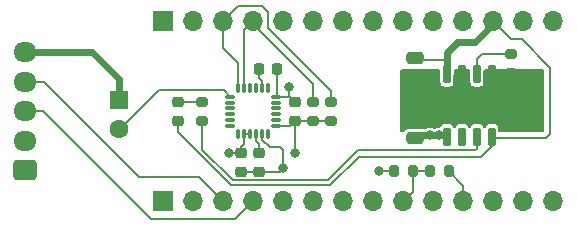
<source format=gbr>
%TF.GenerationSoftware,KiCad,Pcbnew,(6.0.1)*%
%TF.CreationDate,2022-02-11T11:56:36-05:00*%
%TF.ProjectId,POVshield-V3,504f5673-6869-4656-9c64-2d56332e6b69,rev?*%
%TF.SameCoordinates,Original*%
%TF.FileFunction,Copper,L1,Top*%
%TF.FilePolarity,Positive*%
%FSLAX46Y46*%
G04 Gerber Fmt 4.6, Leading zero omitted, Abs format (unit mm)*
G04 Created by KiCad (PCBNEW (6.0.1)) date 2022-02-11 11:56:36*
%MOMM*%
%LPD*%
G01*
G04 APERTURE LIST*
G04 Aperture macros list*
%AMRoundRect*
0 Rectangle with rounded corners*
0 $1 Rounding radius*
0 $2 $3 $4 $5 $6 $7 $8 $9 X,Y pos of 4 corners*
0 Add a 4 corners polygon primitive as box body*
4,1,4,$2,$3,$4,$5,$6,$7,$8,$9,$2,$3,0*
0 Add four circle primitives for the rounded corners*
1,1,$1+$1,$2,$3*
1,1,$1+$1,$4,$5*
1,1,$1+$1,$6,$7*
1,1,$1+$1,$8,$9*
0 Add four rect primitives between the rounded corners*
20,1,$1+$1,$2,$3,$4,$5,0*
20,1,$1+$1,$4,$5,$6,$7,0*
20,1,$1+$1,$6,$7,$8,$9,0*
20,1,$1+$1,$8,$9,$2,$3,0*%
G04 Aperture macros list end*
%TA.AperFunction,SMDPad,CuDef*%
%ADD10RoundRect,0.250000X0.475000X-0.250000X0.475000X0.250000X-0.475000X0.250000X-0.475000X-0.250000X0*%
%TD*%
%TA.AperFunction,SMDPad,CuDef*%
%ADD11RoundRect,0.200000X0.275000X-0.200000X0.275000X0.200000X-0.275000X0.200000X-0.275000X-0.200000X0*%
%TD*%
%TA.AperFunction,SMDPad,CuDef*%
%ADD12RoundRect,0.225000X-0.250000X0.225000X-0.250000X-0.225000X0.250000X-0.225000X0.250000X0.225000X0*%
%TD*%
%TA.AperFunction,SMDPad,CuDef*%
%ADD13RoundRect,0.218750X-0.256250X0.218750X-0.256250X-0.218750X0.256250X-0.218750X0.256250X0.218750X0*%
%TD*%
%TA.AperFunction,SMDPad,CuDef*%
%ADD14RoundRect,0.200000X0.200000X0.275000X-0.200000X0.275000X-0.200000X-0.275000X0.200000X-0.275000X0*%
%TD*%
%TA.AperFunction,SMDPad,CuDef*%
%ADD15RoundRect,0.150000X-0.150000X0.650000X-0.150000X-0.650000X0.150000X-0.650000X0.150000X0.650000X0*%
%TD*%
%TA.AperFunction,ComponentPad*%
%ADD16C,0.500000*%
%TD*%
%TA.AperFunction,SMDPad,CuDef*%
%ADD17R,3.100000X2.410000*%
%TD*%
%TA.AperFunction,SMDPad,CuDef*%
%ADD18RoundRect,0.200000X-0.275000X0.200000X-0.275000X-0.200000X0.275000X-0.200000X0.275000X0.200000X0*%
%TD*%
%TA.AperFunction,SMDPad,CuDef*%
%ADD19RoundRect,0.250000X-0.475000X0.250000X-0.475000X-0.250000X0.475000X-0.250000X0.475000X0.250000X0*%
%TD*%
%TA.AperFunction,ComponentPad*%
%ADD20R,1.600000X1.600000*%
%TD*%
%TA.AperFunction,ComponentPad*%
%ADD21C,1.600000*%
%TD*%
%TA.AperFunction,SMDPad,CuDef*%
%ADD22RoundRect,0.225000X0.250000X-0.225000X0.250000X0.225000X-0.250000X0.225000X-0.250000X-0.225000X0*%
%TD*%
%TA.AperFunction,SMDPad,CuDef*%
%ADD23RoundRect,0.075000X-0.350000X-0.075000X0.350000X-0.075000X0.350000X0.075000X-0.350000X0.075000X0*%
%TD*%
%TA.AperFunction,SMDPad,CuDef*%
%ADD24RoundRect,0.075000X0.075000X-0.350000X0.075000X0.350000X-0.075000X0.350000X-0.075000X-0.350000X0*%
%TD*%
%TA.AperFunction,SMDPad,CuDef*%
%ADD25RoundRect,0.225000X-0.225000X-0.250000X0.225000X-0.250000X0.225000X0.250000X-0.225000X0.250000X0*%
%TD*%
%TA.AperFunction,ComponentPad*%
%ADD26RoundRect,0.250000X0.725000X-0.600000X0.725000X0.600000X-0.725000X0.600000X-0.725000X-0.600000X0*%
%TD*%
%TA.AperFunction,ComponentPad*%
%ADD27O,1.950000X1.700000*%
%TD*%
%TA.AperFunction,ComponentPad*%
%ADD28R,1.700000X1.700000*%
%TD*%
%TA.AperFunction,ComponentPad*%
%ADD29O,1.700000X1.700000*%
%TD*%
%TA.AperFunction,ViaPad*%
%ADD30C,0.800000*%
%TD*%
%TA.AperFunction,Conductor*%
%ADD31C,0.609600*%
%TD*%
%TA.AperFunction,Conductor*%
%ADD32C,0.203200*%
%TD*%
G04 APERTURE END LIST*
D10*
X112776000Y-103820000D03*
X112776000Y-101920000D03*
D11*
X94742000Y-102425000D03*
X94742000Y-100775000D03*
D12*
X99568000Y-105143000D03*
X99568000Y-106693000D03*
D13*
X92710000Y-100812500D03*
X92710000Y-102387500D03*
D14*
X115633000Y-106680000D03*
X113983000Y-106680000D03*
X112585000Y-106680000D03*
X110935000Y-106680000D03*
D15*
X119266005Y-98442000D03*
X117996005Y-98442000D03*
X116726005Y-98442000D03*
X115456005Y-98442000D03*
X115456005Y-103742000D03*
X116726005Y-103742000D03*
X117996005Y-103742000D03*
X119266005Y-103742000D03*
D16*
X118661002Y-100137000D03*
X117361005Y-102047000D03*
X117361005Y-100137000D03*
X116061007Y-102047000D03*
X118661002Y-102047000D03*
X116061007Y-100137000D03*
D17*
X117361005Y-101092000D03*
D18*
X120904000Y-96711000D03*
X120904000Y-98361000D03*
D11*
X105664000Y-102425000D03*
X105664000Y-100775000D03*
D19*
X112776000Y-97094000D03*
X112776000Y-98994000D03*
D20*
X87700000Y-100600000D03*
D21*
X87700000Y-103100000D03*
D11*
X104140000Y-102425000D03*
X104140000Y-100775000D03*
D22*
X102616000Y-102375000D03*
X102616000Y-100825000D03*
D23*
X97110000Y-100350000D03*
X97110000Y-100850000D03*
X97110000Y-101350000D03*
X97110000Y-101850000D03*
X97110000Y-102350000D03*
X97110000Y-102850000D03*
D24*
X97810000Y-103550000D03*
X98310000Y-103550000D03*
X98810000Y-103550000D03*
X99310000Y-103550000D03*
X99810000Y-103550000D03*
X100310000Y-103550000D03*
D23*
X101010000Y-102850000D03*
X101010000Y-102350000D03*
X101010000Y-101850000D03*
X101010000Y-101350000D03*
X101010000Y-100850000D03*
X101010000Y-100350000D03*
D24*
X100310000Y-99650000D03*
X99810000Y-99650000D03*
X99310000Y-99650000D03*
X98810000Y-99650000D03*
X98310000Y-99650000D03*
X97810000Y-99650000D03*
D12*
X98044000Y-105143000D03*
X98044000Y-106693000D03*
D25*
X99555000Y-98044000D03*
X101105000Y-98044000D03*
D26*
X79756000Y-106600000D03*
D27*
X79756000Y-104100000D03*
X79756000Y-101600000D03*
X79756000Y-99100000D03*
X79756000Y-96600000D03*
D28*
X91440000Y-93980000D03*
D29*
X93980000Y-93980000D03*
X96520000Y-93980000D03*
X99060000Y-93980000D03*
X101600000Y-93980000D03*
X104140000Y-93980000D03*
X106680000Y-93980000D03*
X109220000Y-93980000D03*
X111760000Y-93980000D03*
X114300000Y-93980000D03*
X116840000Y-93980000D03*
X119380000Y-93980000D03*
X121920000Y-93980000D03*
X124460000Y-93980000D03*
D28*
X91440000Y-109220000D03*
D29*
X93980000Y-109220000D03*
X96520000Y-109220000D03*
X99060000Y-109220000D03*
X101600000Y-109220000D03*
X104140000Y-109220000D03*
X106680000Y-109220000D03*
X109220000Y-109220000D03*
X111760000Y-109220000D03*
X114300000Y-109220000D03*
X116840000Y-109220000D03*
X119380000Y-109220000D03*
X121920000Y-109220000D03*
X124460000Y-109220000D03*
D30*
X113030000Y-100584000D03*
X101600000Y-106426000D03*
X114300000Y-100076000D03*
X121920000Y-101092000D03*
X120650000Y-101092000D03*
X122936000Y-100076000D03*
X120650000Y-102108000D03*
X121920000Y-102108000D03*
X122936000Y-102108000D03*
X109728000Y-106680000D03*
X114300000Y-102108000D03*
X114300000Y-101092000D03*
X120650000Y-100076000D03*
X112014000Y-100584000D03*
X122936000Y-101092000D03*
X102108000Y-99568000D03*
X121920000Y-100076000D03*
X102616000Y-105156000D03*
X97028000Y-105156000D03*
X114808000Y-103632000D03*
X114046000Y-103632000D03*
D31*
X87700000Y-98876000D02*
X87700000Y-100600000D01*
X79756000Y-96600000D02*
X85424000Y-96600000D01*
X85424000Y-96600000D02*
X87700000Y-98876000D01*
D32*
X121793000Y-95504000D02*
X120904000Y-95504000D01*
X120904000Y-95504000D02*
X119634000Y-94234000D01*
X124206000Y-103505000D02*
X124206000Y-97917000D01*
X124206000Y-97917000D02*
X121793000Y-95504000D01*
X123825000Y-103886000D02*
X124206000Y-103505000D01*
X119410000Y-103886000D02*
X123825000Y-103886000D01*
X119634000Y-94234000D02*
X119634000Y-93980000D01*
X113284000Y-97269000D02*
X115329000Y-97269000D01*
D31*
X115456000Y-96634000D02*
X115456000Y-97142000D01*
X117856000Y-95758000D02*
X116332000Y-95758000D01*
D32*
X97178840Y-107846840D02*
X105574692Y-107846840D01*
X115329000Y-97269000D02*
X115456000Y-97142000D01*
X105574692Y-107846840D02*
X107980766Y-105440766D01*
X118333234Y-105440766D02*
X119266000Y-104508000D01*
D31*
X116332000Y-95758000D02*
X115456000Y-96634000D01*
D32*
X92710000Y-103378000D02*
X97178840Y-107846840D01*
D31*
X119380000Y-94234000D02*
X117856000Y-95758000D01*
D32*
X107980766Y-105440766D02*
X118333234Y-105440766D01*
D31*
X115456000Y-97142000D02*
X115456000Y-98442000D01*
X119380000Y-93980000D02*
X119380000Y-94234000D01*
D32*
X92710000Y-102387500D02*
X92710000Y-103378000D01*
X119266000Y-104508000D02*
X119266000Y-103742000D01*
D31*
X119266000Y-99187000D02*
X117361000Y-101092000D01*
X116726000Y-98442000D02*
X116726000Y-100457000D01*
D32*
X101346000Y-104648000D02*
X101600000Y-104902000D01*
X102108000Y-99568000D02*
X102108000Y-100317000D01*
X99810000Y-104006914D02*
X100451086Y-104648000D01*
X96582000Y-99822000D02*
X91059000Y-99822000D01*
X101600000Y-104902000D02*
X101600000Y-106426000D01*
X100451086Y-104648000D02*
X101346000Y-104648000D01*
X99568000Y-106693000D02*
X101333000Y-106693000D01*
X101105000Y-98044000D02*
X101105000Y-100255000D01*
X101105000Y-100255000D02*
X101010000Y-100350000D01*
X97110000Y-100350000D02*
X96582000Y-99822000D01*
X102108000Y-100317000D02*
X102616000Y-100825000D01*
D31*
X119266000Y-98442000D02*
X119266000Y-99187000D01*
D32*
X99568000Y-106693000D02*
X98044000Y-106693000D01*
X101010000Y-100350000D02*
X102141000Y-100350000D01*
X91059000Y-99822000D02*
X87781000Y-103100000D01*
X99810000Y-103550000D02*
X99810000Y-104006914D01*
X101333000Y-106693000D02*
X101600000Y-106426000D01*
X110935000Y-106680000D02*
X109728000Y-106680000D01*
X98044000Y-104648000D02*
X98044000Y-105143000D01*
X102141000Y-102850000D02*
X102616000Y-102375000D01*
X98044000Y-105143000D02*
X97041000Y-105143000D01*
X98310000Y-103550000D02*
X98810000Y-103550000D01*
X104140000Y-102425000D02*
X105664000Y-102425000D01*
X102616000Y-102375000D02*
X104090000Y-102375000D01*
X98310000Y-103550000D02*
X98310000Y-104382000D01*
X98310000Y-104382000D02*
X98044000Y-104648000D01*
X101010000Y-102850000D02*
X102141000Y-102850000D01*
X97041000Y-105143000D02*
X97028000Y-105156000D01*
X102616000Y-102375000D02*
X102616000Y-105156000D01*
X99568000Y-104394000D02*
X99568000Y-105143000D01*
X99310000Y-103550000D02*
X99310000Y-104136000D01*
X99310000Y-104136000D02*
X99568000Y-104394000D01*
X99555000Y-98793000D02*
X99555000Y-98044000D01*
X99810000Y-99048000D02*
X99555000Y-98793000D01*
X99810000Y-99650000D02*
X99810000Y-99048000D01*
X92710000Y-100812500D02*
X94704500Y-100812500D01*
X94488000Y-107188000D02*
X89408000Y-107188000D01*
X89408000Y-107188000D02*
X81320000Y-99100000D01*
X96520000Y-109220000D02*
X94488000Y-107188000D01*
X81320000Y-99100000D02*
X79485000Y-99100000D01*
X99060000Y-109220000D02*
X97536000Y-110744000D01*
X90424000Y-110744000D02*
X81280000Y-101600000D01*
X81280000Y-101600000D02*
X79485000Y-101600000D01*
X97536000Y-110744000D02*
X90424000Y-110744000D01*
X112585000Y-106680000D02*
X113983000Y-106680000D01*
X111760000Y-109220000D02*
X112585000Y-108395000D01*
X112585000Y-108395000D02*
X112585000Y-106680000D01*
X116840000Y-107887000D02*
X115633000Y-106680000D01*
X116840000Y-109220000D02*
X116840000Y-107887000D01*
D31*
X114046000Y-103632000D02*
X112964000Y-103632000D01*
X112964000Y-103632000D02*
X112776000Y-103820000D01*
X115456000Y-103742000D02*
X115346000Y-103632000D01*
X115346000Y-103632000D02*
X114808000Y-103632000D01*
X114808000Y-103632000D02*
X114046000Y-103632000D01*
D32*
X118427000Y-96711000D02*
X120904000Y-96711000D01*
X117996000Y-98442000D02*
X117996000Y-97142000D01*
X117996000Y-97142000D02*
X118427000Y-96711000D01*
X117856000Y-104902000D02*
X117996000Y-104762000D01*
X107950000Y-104902000D02*
X117856000Y-104902000D01*
X97347620Y-107444120D02*
X105407880Y-107444120D01*
X105407880Y-107444120D02*
X107950000Y-104902000D01*
X117996000Y-104762000D02*
X117996000Y-103742000D01*
X94742000Y-102425000D02*
X94742000Y-104838500D01*
X94742000Y-104838500D02*
X97347620Y-107444120D01*
X96520000Y-93980000D02*
X97790000Y-92710000D01*
X97790000Y-99630000D02*
X97790000Y-97536000D01*
X105664000Y-99873959D02*
X105664000Y-100775000D01*
X97790000Y-92710000D02*
X99822000Y-92710000D01*
X100330000Y-94539959D02*
X105664000Y-99873959D01*
X97790000Y-97536000D02*
X96520000Y-96266000D01*
X100330000Y-93218000D02*
X100330000Y-94539959D01*
X99822000Y-92710000D02*
X100330000Y-93218000D01*
X96520000Y-96266000D02*
X96520000Y-93980000D01*
X98310000Y-95008000D02*
X98298000Y-94996000D01*
X104140000Y-100775000D02*
X104140000Y-99314000D01*
X104140000Y-99314000D02*
X99060000Y-94234000D01*
X98298000Y-94742000D02*
X99060000Y-93980000D01*
X98310000Y-99650000D02*
X98310000Y-95008000D01*
X98298000Y-94996000D02*
X98298000Y-94742000D01*
%TA.AperFunction,Conductor*%
G36*
X114838821Y-98064002D02*
G01*
X114885314Y-98117658D01*
X114896700Y-98170000D01*
X114896700Y-98480384D01*
X114897282Y-98484629D01*
X114897282Y-98484636D01*
X114900339Y-98506949D01*
X114901505Y-98524049D01*
X114901505Y-99123834D01*
X114916507Y-99218555D01*
X114974679Y-99332723D01*
X115065282Y-99423326D01*
X115179450Y-99481498D01*
X115274171Y-99496500D01*
X115637839Y-99496500D01*
X115732560Y-99481498D01*
X115846728Y-99423326D01*
X115937331Y-99332723D01*
X115995503Y-99218555D01*
X116010505Y-99123834D01*
X116010505Y-98554034D01*
X116012497Y-98531719D01*
X116012660Y-98530811D01*
X116014502Y-98524472D01*
X116015300Y-98513605D01*
X116015300Y-98170000D01*
X116035302Y-98101879D01*
X116088958Y-98055386D01*
X116141300Y-98044000D01*
X117315505Y-98044000D01*
X117383626Y-98064002D01*
X117430119Y-98117658D01*
X117441505Y-98170000D01*
X117441505Y-99123834D01*
X117456507Y-99218555D01*
X117514679Y-99332723D01*
X117605282Y-99423326D01*
X117719450Y-99481498D01*
X117814171Y-99496500D01*
X118177839Y-99496500D01*
X118272560Y-99481498D01*
X118386728Y-99423326D01*
X118477331Y-99332723D01*
X118535503Y-99218555D01*
X118550505Y-99123834D01*
X118550505Y-98170000D01*
X118570507Y-98101879D01*
X118624163Y-98055386D01*
X118676505Y-98044000D01*
X123572000Y-98044000D01*
X123640121Y-98064002D01*
X123686614Y-98117658D01*
X123698000Y-98170000D01*
X123698000Y-103252000D01*
X123677998Y-103320121D01*
X123624342Y-103366614D01*
X123572000Y-103378000D01*
X119946505Y-103378000D01*
X119878384Y-103357998D01*
X119831891Y-103304342D01*
X119820505Y-103252000D01*
X119820505Y-103060166D01*
X119805503Y-102965445D01*
X119747331Y-102851277D01*
X119656728Y-102760674D01*
X119542560Y-102702502D01*
X119447839Y-102687500D01*
X119084171Y-102687500D01*
X118989450Y-102702502D01*
X118875282Y-102760674D01*
X118784679Y-102851277D01*
X118755373Y-102908793D01*
X118743272Y-102932542D01*
X118694523Y-102984157D01*
X118625608Y-103001223D01*
X118558407Y-102978322D01*
X118518738Y-102932542D01*
X118506637Y-102908793D01*
X118477331Y-102851277D01*
X118386728Y-102760674D01*
X118272560Y-102702502D01*
X118177839Y-102687500D01*
X117814171Y-102687500D01*
X117719450Y-102702502D01*
X117605282Y-102760674D01*
X117514679Y-102851277D01*
X117485373Y-102908793D01*
X117473272Y-102932542D01*
X117424523Y-102984157D01*
X117355608Y-103001223D01*
X117288407Y-102978322D01*
X117248738Y-102932542D01*
X117236637Y-102908793D01*
X117207331Y-102851277D01*
X117116728Y-102760674D01*
X117002560Y-102702502D01*
X116907839Y-102687500D01*
X116544171Y-102687500D01*
X116449450Y-102702502D01*
X116335282Y-102760674D01*
X116244679Y-102851277D01*
X116215373Y-102908793D01*
X116203272Y-102932542D01*
X116154523Y-102984157D01*
X116085608Y-103001223D01*
X116018407Y-102978322D01*
X115978738Y-102932542D01*
X115966637Y-102908793D01*
X115937331Y-102851277D01*
X115846728Y-102760674D01*
X115732560Y-102702502D01*
X115637839Y-102687500D01*
X115274171Y-102687500D01*
X115179450Y-102702502D01*
X115065282Y-102760674D01*
X114974679Y-102851277D01*
X114970178Y-102860110D01*
X114970177Y-102860112D01*
X114945372Y-102908793D01*
X114896624Y-102960408D01*
X114832446Y-102977587D01*
X114797308Y-102977403D01*
X114732221Y-102977062D01*
X114724841Y-102978834D01*
X114724839Y-102978834D01*
X114585563Y-103012271D01*
X114585560Y-103012272D01*
X114578184Y-103014043D01*
X114571439Y-103017524D01*
X114571440Y-103017524D01*
X114491728Y-103058666D01*
X114433938Y-103072700D01*
X114419745Y-103072700D01*
X114360786Y-103058054D01*
X114288989Y-103020039D01*
X114288986Y-103020038D01*
X114282274Y-103016484D01*
X114128633Y-102977892D01*
X114121034Y-102977852D01*
X114121033Y-102977852D01*
X114055181Y-102977507D01*
X113970221Y-102977062D01*
X113962841Y-102978834D01*
X113962839Y-102978834D01*
X113823563Y-103012271D01*
X113823560Y-103012272D01*
X113816184Y-103014043D01*
X113809439Y-103017524D01*
X113809440Y-103017524D01*
X113729728Y-103058666D01*
X113671938Y-103072700D01*
X113371856Y-103072700D01*
X113358248Y-103071963D01*
X113302153Y-103065869D01*
X113302152Y-103065869D01*
X113298756Y-103065500D01*
X112253244Y-103065500D01*
X112249848Y-103065869D01*
X112249847Y-103065869D01*
X112199403Y-103071349D01*
X112199402Y-103071349D01*
X112191552Y-103072202D01*
X112184159Y-103074974D01*
X112184157Y-103074974D01*
X112145954Y-103089296D01*
X112056236Y-103122929D01*
X112049057Y-103128309D01*
X112049054Y-103128311D01*
X111961023Y-103194287D01*
X111940596Y-103209596D01*
X111853929Y-103325236D01*
X111851452Y-103323380D01*
X111812094Y-103362653D01*
X111751828Y-103378000D01*
X111632000Y-103378000D01*
X111563879Y-103357998D01*
X111517386Y-103304342D01*
X111506000Y-103252000D01*
X111506000Y-98170000D01*
X111526002Y-98101879D01*
X111579658Y-98055386D01*
X111632000Y-98044000D01*
X114770700Y-98044000D01*
X114838821Y-98064002D01*
G37*
%TD.AperFunction*%
M02*

</source>
